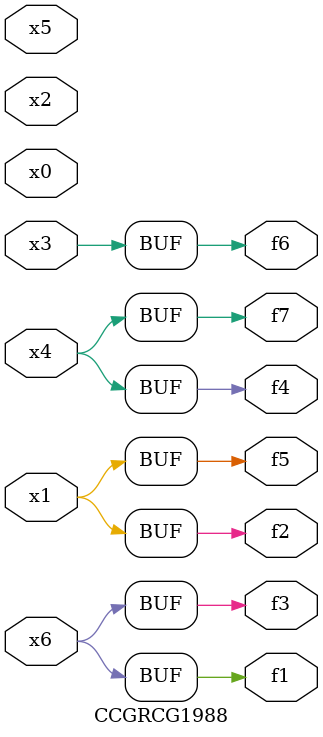
<source format=v>
module CCGRCG1988(
	input x0, x1, x2, x3, x4, x5, x6,
	output f1, f2, f3, f4, f5, f6, f7
);
	assign f1 = x6;
	assign f2 = x1;
	assign f3 = x6;
	assign f4 = x4;
	assign f5 = x1;
	assign f6 = x3;
	assign f7 = x4;
endmodule

</source>
